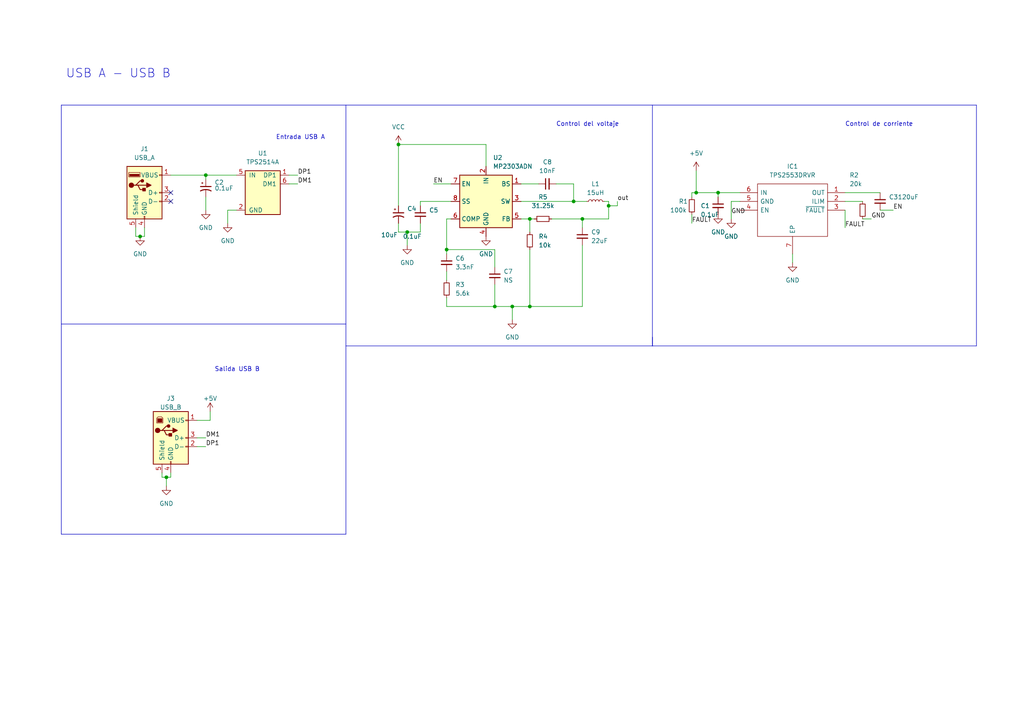
<source format=kicad_sch>
(kicad_sch (version 20230121) (generator eeschema)
  (paper "A4")
  (lib_symbols
    (symbol "+5V_1" (power) (pin_names (offset 0))
      (property "Value" "+5V_1" (at 0 3.556 0))
      (symbol "+5V_1_0_1"
        (polyline (pts (xy -0.762 1.27) (xy 0 2.54)))
        (polyline (pts (xy 0 0) (xy 0 2.54)))
        (polyline (pts (xy 0 2.54) (xy 0.762 1.27)))
      )
      (symbol "+5V_1_1_1"
        (pin power_in line (at 0 0 90) (length 0) hide (name "+5V") (number "1"))
      )
    )
    (symbol "Connector:USB_A" (pin_names (offset 1.016))
      (property "Reference" "J" (at -5.08 11.43 0))
      (property "Value" "USB_A" (at -5.08 8.89 0))
      (symbol "USB_A_0_1"
        (rectangle (start -5.08 -7.62) (end 5.08 7.62) (stroke (width 0.254)) (fill (type background)))
        (circle (center -3.81 2.159) (radius 0.635) (stroke (width 0.254)) (fill (type outline)))
        (rectangle (start -1.524 4.826) (end -4.318 5.334) (fill (type outline)))
        (rectangle (start -1.27 4.572) (end -4.572 5.842))
        (circle (center -0.635 3.429) (radius 0.381) (stroke (width 0.254)) (fill (type outline)))
        (rectangle (start -0.127 -7.62) (end 0.127 -6.858))
        (polyline (pts (xy -3.175 2.159) (xy -2.54 2.159) (xy -1.27 3.429) (xy -0.635 3.429)) (stroke (width 0.254)))
        (polyline (pts (xy -2.54 2.159) (xy -1.905 2.159) (xy -1.27 0.889) (xy 0 0.889)) (stroke (width 0.254)))
        (polyline (pts (xy 0.635 2.794) (xy 0.635 1.524) (xy 1.905 2.159) (xy 0.635 2.794)) (stroke (width 0.254)) (fill (type outline)))
        (rectangle (start 0.254 1.27) (end -0.508 0.508) (stroke (width 0.254)) (fill (type outline)))
        (rectangle (start 5.08 -2.667) (end 4.318 -2.413))
        (rectangle (start 5.08 -0.127) (end 4.318 0.127))
        (rectangle (start 5.08 4.953) (end 4.318 5.207))
      )
      (symbol "USB_A_1_1"
        (polyline (pts (xy -1.905 2.159) (xy 0.635 2.159)) (stroke (width 0.254)))
        (pin power_in line (at 7.62 5.08 180) (length 2.54) (name "VBUS") (number "1"))
        (pin bidirectional line (at 7.62 -2.54 180) (length 2.54) (name "D-") (number "2"))
        (pin bidirectional line (at 7.62 0 180) (length 2.54) (name "D+") (number "3"))
        (pin power_in line (at 0 -10.16 90) (length 2.54) (name "GND") (number "4"))
        (pin passive line (at -2.54 -10.16 90) (length 2.54) (name "Shield") (number "5"))
      )
    )
    (symbol "Connector:USB_B" (pin_names (offset 1.016))
      (property "Reference" "J" (at -5.08 11.43 0))
      (property "Value" "USB_B" (at -5.08 8.89 0))
      (symbol "USB_B_0_1"
        (rectangle (start -5.08 -7.62) (end 5.08 7.62) (stroke (width 0.254)) (fill (type background)))
        (circle (center -3.81 2.159) (radius 0.635) (stroke (width 0.254)) (fill (type outline)))
        (rectangle (start -3.81 5.588) (end -2.54 4.572) (fill (type outline)))
        (circle (center -0.635 3.429) (radius 0.381) (stroke (width 0.254)) (fill (type outline)))
        (rectangle (start -0.127 -7.62) (end 0.127 -6.858))
        (polyline (pts (xy -1.905 2.159) (xy 0.635 2.159)) (stroke (width 0.254)))
        (polyline (pts (xy -3.175 2.159) (xy -2.54 2.159) (xy -1.27 3.429) (xy -0.635 3.429)) (stroke (width 0.254)))
        (polyline (pts (xy -2.54 2.159) (xy -1.905 2.159) (xy -1.27 0.889) (xy 0 0.889)) (stroke (width 0.254)))
        (polyline (pts (xy 0.635 2.794) (xy 0.635 1.524) (xy 1.905 2.159) (xy 0.635 2.794)) (stroke (width 0.254)) (fill (type outline)))
        (polyline (pts (xy -4.064 4.318) (xy -2.286 4.318) (xy -2.286 5.715) (xy -2.667 6.096) (xy -3.683 6.096) (xy -4.064 5.715) (xy -4.064 4.318)))
        (rectangle (start 0.254 1.27) (end -0.508 0.508) (stroke (width 0.254)) (fill (type outline)))
        (rectangle (start 5.08 -2.667) (end 4.318 -2.413))
        (rectangle (start 5.08 -0.127) (end 4.318 0.127))
        (rectangle (start 5.08 4.953) (end 4.318 5.207))
      )
      (symbol "USB_B_1_1"
        (pin power_out line (at 7.62 5.08 180) (length 2.54) (name "VBUS") (number "1"))
        (pin bidirectional line (at 7.62 -2.54 180) (length 2.54) (name "D-") (number "2"))
        (pin bidirectional line (at 7.62 0 180) (length 2.54) (name "D+") (number "3"))
        (pin power_out line (at 0 -10.16 90) (length 2.54) (name "GND") (number "4"))
        (pin passive line (at -2.54 -10.16 90) (length 2.54) (name "Shield") (number "5"))
      )
    )
    (symbol "Device:C_Polarized_Small_US" (pin_numbers hide) (pin_names (offset 0.254) hide)
      (property "Reference" "C" (at 0.254 1.778 0))
      (property "Value" "C_Polarized_Small_US" (at 0.254 -2.032 0))
      (symbol "C_Polarized_Small_US_0_1"
        (polyline (pts (xy -1.524 0.508) (xy 1.524 0.508)) (stroke (width 0.3048)))
        (polyline (pts (xy -1.27 1.524) (xy -0.762 1.524)))
        (polyline (pts (xy -1.016 1.27) (xy -1.016 1.778)))
        (arc (start 1.524 -0.762) (mid 0 -0.3734) (end -1.524 -0.762) (stroke (width 0.3048)))
      )
      (symbol "C_Polarized_Small_US_1_1"
        (pin passive line (at 0 2.54 270) (length 2.032) (name "~") (number "1"))
        (pin passive line (at 0 -2.54 90) (length 2.032) (name "~") (number "2"))
      )
    )
    (symbol "Device:C_Small" (pin_numbers hide) (pin_names (offset 0.254) hide)
      (property "Reference" "C" (at 0.254 1.778 0))
      (property "Value" "C_Small" (at 0.254 -2.032 0))
      (symbol "C_Small_0_1"
        (polyline (pts (xy -1.524 -0.508) (xy 1.524 -0.508)) (stroke (width 0.3302)))
        (polyline (pts (xy -1.524 0.508) (xy 1.524 0.508)) (stroke (width 0.3048)))
      )
      (symbol "C_Small_1_1"
        (pin passive line (at 0 2.54 270) (length 2.032) (name "~") (number "1"))
        (pin passive line (at 0 -2.54 90) (length 2.032) (name "~") (number "2"))
      )
    )
    (symbol "Device:L_Small" (pin_numbers hide) (pin_names (offset 0.254) hide)
      (property "Reference" "L" (at 0.762 1.016 0))
      (property "Value" "L_Small" (at 0.762 -1.016 0))
      (symbol "L_Small_0_1"
        (arc (start 0 -2.032) (mid 0.5058 -1.524) (end 0 -1.016))
        (arc (start 0 -1.016) (mid 0.5058 -0.508) (end 0 0))
        (arc (start 0 0) (mid 0.5058 0.508) (end 0 1.016))
        (arc (start 0 1.016) (mid 0.5058 1.524) (end 0 2.032))
      )
      (symbol "L_Small_1_1"
        (pin passive line (at 0 2.54 270) (length 0.508) (name "~") (number "1"))
        (pin passive line (at 0 -2.54 90) (length 0.508) (name "~") (number "2"))
      )
    )
    (symbol "Device:R_Small" (pin_numbers hide) (pin_names (offset 0.254) hide)
      (property "Reference" "R" (at 0.762 0.508 0))
      (property "Value" "R_Small" (at 0.762 -1.016 0))
      (symbol "R_Small_0_1"
        (rectangle (start -0.762 1.778) (end 0.762 -1.778) (stroke (width 0.2032)))
      )
      (symbol "R_Small_1_1"
        (pin passive line (at 0 2.54 270) (length 0.762) (name "~") (number "1"))
        (pin passive line (at 0 -2.54 90) (length 0.762) (name "~") (number "2"))
      )
    )
    (symbol "Interface_USB:TPS2514A" (pin_names (offset 1.016))
      (property "Reference" "U" (at -3.81 -7.62 0))
      (property "Value" "TPS2514A" (at 0 7.62 0))
      (symbol "TPS2514A_0_1"
        (rectangle (start -5.08 6.35) (end 5.08 -6.35) (stroke (width 0.254)) (fill (type background)))
      )
      (symbol "TPS2514A_1_1"
        (pin input line (at 7.62 5.08 180) (length 2.54) (name "DP1") (number "1"))
        (pin power_in line (at -7.62 -5.08 0) (length 2.54) (name "GND") (number "2"))
        (pin no_connect line (at 7.62 -2.54 180) (length 2.54) hide (name "NC") (number "3"))
        (pin no_connect line (at 7.62 -5.08 180) (length 2.54) hide (name "NC") (number "4"))
        (pin power_in line (at -7.62 5.08 0) (length 2.54) (name "IN") (number "5"))
        (pin input line (at 7.62 2.54 180) (length 2.54) (name "DM1") (number "6"))
      )
    )
    (symbol "Regulator_Switching:MP2303ADN"
      (property "Reference" "U" (at -7.366 8.636 0))
      (property "Value" "MP2303ADN" (at 7.62 8.89 0))
      (symbol "MP2303ADN_0_1"
        (rectangle (start -7.62 7.62) (end 7.62 -7.62) (stroke (width 0.254)) (fill (type background)))
      )
      (symbol "MP2303ADN_1_1"
        (pin passive line (at 10.16 5.08 180) (length 2.54) (name "BS") (number "1"))
        (pin power_in line (at 0 10.16 270) (length 2.54) (name "IN") (number "2"))
        (pin output line (at 10.16 0 180) (length 2.54) (name "SW") (number "3"))
        (pin power_in line (at 0 -10.16 90) (length 2.54) (name "GND") (number "4"))
        (pin input line (at 10.16 -5.08 180) (length 2.54) (name "FB") (number "5"))
        (pin passive line (at -10.16 -5.08 0) (length 2.54) (name "COMP") (number "6"))
        (pin input line (at -10.16 5.08 0) (length 2.54) (name "EN") (number "7"))
        (pin input line (at -10.16 0 0) (length 2.54) (name "SS") (number "8"))
      )
    )
    (symbol "power:+5V" (power) (pin_names (offset 0))
      (property "Value" "+5V" (at 0 3.556 0))
      (symbol "+5V_0_1"
        (polyline (pts (xy -0.762 1.27) (xy 0 2.54)))
        (polyline (pts (xy 0 0) (xy 0 2.54)))
        (polyline (pts (xy 0 2.54) (xy 0.762 1.27)))
      )
      (symbol "+5V_1_1"
        (pin power_in line (at 0 0 90) (length 0) hide (name "+5V") (number "1"))
      )
    )
    (symbol "power:GND" (power) (pin_names (offset 0))
      (property "Value" "GND" (at 0 -3.81 0))
      (symbol "GND_0_1"
        (polyline (pts (xy 0 0) (xy 0 -1.27) (xy 1.27 -1.27) (xy 0 -2.54) (xy -1.27 -1.27) (xy 0 -1.27)))
      )
      (symbol "GND_1_1"
        (pin power_in line (at 0 0 270) (length 0) hide (name "GND") (number "1"))
      )
    )
    (symbol "power:VCC" (power) (pin_names (offset 0))
      (property "Value" "VCC" (at 0 3.81 0))
      (symbol "VCC_0_1"
        (polyline (pts (xy -0.762 1.27) (xy 0 2.54)))
        (polyline (pts (xy 0 0) (xy 0 2.54)))
        (polyline (pts (xy 0 2.54) (xy 0.762 1.27)))
      )
      (symbol "VCC_1_1"
        (pin power_in line (at 0 0 90) (length 0) hide (name "VCC") (number "1"))
      )
    )
    (symbol "tps2533:TPS2553DRVR" (pin_names (offset 0.762))
      (property "Reference" "IC" (at 26.67 7.62 0))
      (property "Value" "TPS2553DRVR" (at 26.67 5.08 0))
      (symbol "TPS2553DRVR_0_0"
        (pin passive line (at 0 0 0) (length 5.08) (name "OUT") (number "1"))
        (pin passive line (at 0 -2.54 0) (length 5.08) (name "ILIM") (number "2"))
        (pin passive line (at 0 -5.08 0) (length 5.08) (name "~{FAULT}") (number "3"))
        (pin passive line (at 30.48 -5.08 180) (length 5.08) (name "EN") (number "4"))
        (pin passive line (at 30.48 -2.54 180) (length 5.08) (name "GND") (number "5"))
        (pin passive line (at 30.48 0 180) (length 5.08) (name "IN") (number "6"))
        (pin passive line (at 15.24 -17.78 90) (length 5.08) (name "EP") (number "7"))
      )
      (symbol "TPS2553DRVR_0_1"
        (polyline (pts (xy 5.08 2.54) (xy 25.4 2.54) (xy 25.4 -12.7) (xy 5.08 -12.7) (xy 5.08 2.54)) (stroke (width 0.1524)))
      )
    )
  )
  (junction (at 166.37 58.42))
  (junction (at 118.11 67.31))
  (junction (at 176.53 59.69))
  (junction (at 143.51 88.9))
  (junction (at 40.64 68.58))
  (junction (at 153.67 63.5))
  (junction (at 129.54 72.39))
  (junction (at 115.57 41.91))
  (junction (at 208.28 55.88))
  (junction (at 168.91 63.5))
  (junction (at 59.69 50.8))
  (junction (at 148.59 88.9))
  (junction (at 201.93 55.88))
  (junction (at 48.26 138.43))
  (junction (at 153.67 88.9))
  (no_connect (at 49.53 58.42))
  (no_connect (at 49.53 55.88))
  (wire (pts (xy 166.37 53.34) (xy 166.37 58.42)))
  (wire (pts (xy 166.37 58.42) (xy 170.18 58.42)))
  (wire (pts (xy 118.11 67.31) (xy 121.92 67.31)))
  (wire (pts (xy 153.67 63.5) (xy 153.67 67.31)))
  (wire (pts (xy 46.99 138.43) (xy 46.99 137.16)))
  (wire (pts (xy 125.73 53.34) (xy 130.81 53.34)))
  (wire (pts (xy 57.15 121.92) (xy 60.96 121.92)))
  (wire (pts (xy 121.92 67.31) (xy 121.92 64.77)))
  (wire (pts (xy 160.02 63.5) (xy 168.91 63.5)))
  (wire (pts (xy 129.54 72.39) (xy 129.54 73.66)))
  (wire (pts (xy 59.69 127) (xy 57.15 127)))
  (wire (pts (xy 168.91 63.5) (xy 176.53 63.5)))
  (wire (pts (xy 200.66 62.23) (xy 200.66 64.77)))
  (wire (pts (xy 208.28 55.88) (xy 208.28 57.15)))
  (wire (pts (xy 121.92 59.69) (xy 121.92 58.42)))
  (wire (pts (xy 151.13 53.34) (xy 156.21 53.34)))
  (wire (pts (xy 176.53 59.69) (xy 176.53 58.42)))
  (wire (pts (xy 148.59 88.9) (xy 143.51 88.9)))
  (polyline (pts (xy 17.78 30.48) (xy 17.78 154.94)))
  (wire (pts (xy 143.51 88.9) (xy 129.54 88.9)))
  (wire (pts (xy 214.63 55.88) (xy 208.28 55.88)))
  (wire (pts (xy 129.54 88.9) (xy 129.54 86.36)))
  (wire (pts (xy 48.26 140.97) (xy 48.26 138.43)))
  (wire (pts (xy 176.53 58.42) (xy 175.26 58.42)))
  (wire (pts (xy 118.11 67.31) (xy 118.11 71.12)))
  (polyline (pts (xy 17.78 154.94) (xy 100.33 154.94)))
  (wire (pts (xy 168.91 63.5) (xy 168.91 66.04)))
  (polyline (pts (xy 17.78 93.98) (xy 100.33 93.98)))
  (polyline (pts (xy 189.23 100.33) (xy 283.21 100.33)))
  (wire (pts (xy 255.27 60.96) (xy 259.08 60.96)))
  (wire (pts (xy 130.81 63.5) (xy 129.54 63.5)))
  (wire (pts (xy 200.66 57.15) (xy 200.66 55.88)))
  (wire (pts (xy 176.53 63.5) (xy 176.53 59.69)))
  (wire (pts (xy 59.69 129.54) (xy 57.15 129.54)))
  (polyline (pts (xy 17.78 30.48) (xy 283.21 30.48)))
  (wire (pts (xy 229.87 73.66) (xy 229.87 76.2)))
  (polyline (pts (xy 100.33 30.48) (xy 100.33 154.94)))
  (wire (pts (xy 129.54 63.5) (xy 129.54 72.39)))
  (wire (pts (xy 245.11 55.88) (xy 255.27 55.88)))
  (wire (pts (xy 151.13 63.5) (xy 153.67 63.5)))
  (wire (pts (xy 179.07 58.42) (xy 179.07 59.69)))
  (wire (pts (xy 40.64 68.58) (xy 41.91 68.58)))
  (wire (pts (xy 201.93 55.88) (xy 208.28 55.88)))
  (wire (pts (xy 168.91 88.9) (xy 153.67 88.9)))
  (polyline (pts (xy 189.23 30.48) (xy 189.23 100.33)))
  (wire (pts (xy 143.51 82.55) (xy 143.51 88.9)))
  (polyline (pts (xy 100.33 100.33) (xy 189.23 100.33)))
  (wire (pts (xy 153.67 88.9) (xy 148.59 88.9)))
  (wire (pts (xy 140.97 48.26) (xy 140.97 41.91)))
  (wire (pts (xy 115.57 67.31) (xy 118.11 67.31)))
  (wire (pts (xy 212.09 58.42) (xy 212.09 63.5)))
  (wire (pts (xy 60.96 121.92) (xy 60.96 119.38)))
  (wire (pts (xy 201.93 49.53) (xy 201.93 55.88)))
  (polyline (pts (xy 189.23 100.33) (xy 189.23 97.79)))
  (wire (pts (xy 59.69 50.8) (xy 68.58 50.8)))
  (wire (pts (xy 129.54 78.74) (xy 129.54 81.28)))
  (wire (pts (xy 245.11 60.96) (xy 245.11 66.04)))
  (wire (pts (xy 83.82 50.8) (xy 86.36 50.8)))
  (wire (pts (xy 46.99 138.43) (xy 48.26 138.43)))
  (wire (pts (xy 39.37 68.58) (xy 40.64 68.58)))
  (wire (pts (xy 39.37 66.04) (xy 39.37 68.58)))
  (wire (pts (xy 153.67 63.5) (xy 154.94 63.5)))
  (wire (pts (xy 151.13 58.42) (xy 166.37 58.42)))
  (wire (pts (xy 153.67 72.39) (xy 153.67 88.9)))
  (wire (pts (xy 66.04 60.96) (xy 68.58 60.96)))
  (wire (pts (xy 250.19 63.5) (xy 252.73 63.5)))
  (wire (pts (xy 140.97 41.91) (xy 115.57 41.91)))
  (wire (pts (xy 161.29 53.34) (xy 166.37 53.34)))
  (wire (pts (xy 59.69 57.15) (xy 59.69 60.96)))
  (wire (pts (xy 214.63 58.42) (xy 212.09 58.42)))
  (wire (pts (xy 143.51 72.39) (xy 129.54 72.39)))
  (wire (pts (xy 148.59 88.9) (xy 148.59 92.71)))
  (wire (pts (xy 49.53 50.8) (xy 59.69 50.8)))
  (wire (pts (xy 179.07 59.69) (xy 176.53 59.69)))
  (wire (pts (xy 59.69 50.8) (xy 59.69 52.07)))
  (wire (pts (xy 48.26 138.43) (xy 49.53 138.43)))
  (wire (pts (xy 168.91 71.12) (xy 168.91 88.9)))
  (wire (pts (xy 245.11 58.42) (xy 250.19 58.42)))
  (wire (pts (xy 49.53 137.16) (xy 49.53 138.43)))
  (wire (pts (xy 115.57 64.77) (xy 115.57 67.31)))
  (wire (pts (xy 121.92 58.42) (xy 130.81 58.42)))
  (wire (pts (xy 115.57 41.91) (xy 115.57 59.69)))
  (polyline (pts (xy 283.21 30.48) (xy 283.21 100.33)))
  (wire (pts (xy 200.66 55.88) (xy 201.93 55.88)))
  (wire (pts (xy 41.91 68.58) (xy 41.91 66.04)))
  (wire (pts (xy 66.04 60.96) (xy 66.04 64.77)))
  (wire (pts (xy 143.51 72.39) (xy 143.51 77.47)))
  (wire (pts (xy 83.82 53.34) (xy 86.36 53.34)))
  (text "Salida USB B" (at 62.23 107.95 0) (effects (font (size 1.27 1.27)) (justify left bottom)))
  (text "Control del voltaje" (at 161.29 36.83 0) (effects (font (size 1.27 1.27)) (justify left bottom)))
  (text "Entrada USB A\n" (at 80.01 40.64 0) (effects (font (size 1.27 1.27)) (justify left bottom)))
  (text "Control de corriente" (at 245.11 36.83 0) (effects (font (size 1.27 1.27)) (justify left bottom)))
  (text "USB A - USB B" (at 19.05 22.86 0) (effects (font (size 2.5 2.5)) (justify left bottom)))
  (label "EN" (at 259.08 60.96 0))
  (label "GND" (at 212.09 62.23 0))
  (label "GND" (at 252.73 63.5 0))
  (label "out" (at 179.07 58.42 0))
  (label "FAULT" (at 245.11 66.04 0))
  (label "DP1" (at 59.69 129.54 0))
  (label "DM1" (at 59.69 127 0))
  (label "DM1" (at 86.36 53.34 0))
  (label "DP1" (at 86.36 50.8 0))
  (label "EN" (at 125.73 53.34 0))
  (label "FAULT" (at 200.66 64.77 0))
  (symbol (lib_id "power:GND") (at 40.64 68.58 0) (unit 1)
    (property "Reference" "#PWR03" (effects hide))
    (property "Value" "GND" (at 40.64 73.66 0))
  )
  (symbol (lib_id "Device:C_Polarized_Small_US") (at 59.69 54.61 0) (unit 1)
    (property "Reference" "C2" (at 62.23 52.9081 0) (effects (justify left)))
    (property "Value" "0.1uF" (at 62.23 54.61 0) (effects (justify left)))
    (property "Footprint" "Capacitor_SMD:C_0805_2012Metric" (effects hide))
  )
  (symbol (lib_id "Device:C_Small") (at 168.91 68.58 0) (unit 1)
    (property "Reference" "C9" (at 171.45 67.3162 0) (effects (justify left)))
    (property "Value" "22uF" (at 171.45 69.8562 0) (effects (justify left)))
    (property "Footprint" "Capacitor_SMD:C_1206_3216Metric" (effects hide))
  )
  (symbol (lib_id "Device:C_Small") (at 208.28 59.69 0) (unit 1)
    (property "Reference" "C1" (at 203.2 59.69 0) (effects (justify left)))
    (property "Value" "0.1uF" (at 203.2 62.23 0) (effects (justify left)))
    (property "Footprint" "Capacitor_SMD:C_0805_2012Metric" (effects hide))
  )
  (symbol (lib_id "Connector:USB_B") (at 49.53 127 0) (unit 1)
    (property "Reference" "J3" (at 49.53 115.57 0))
    (property "Value" "USB_B" (at 49.53 118.11 0))
    (property "Footprint" "usb b:617291011BLF" (effects hide))
    (property "Datasheet" " ~" (effects hide))
  )
  (symbol (lib_id "power:GND") (at 148.59 92.71 0) (unit 1)
    (property "Reference" "#PWR013" (effects hide))
    (property "Value" "GND" (at 148.59 97.79 0))
  )
  (symbol (lib_id "power:GND") (at 208.28 62.23 0) (unit 1)
    (property "Reference" "#PWR02" (effects hide))
    (property "Value" "GND" (at 208.28 67.31 0))
  )
  (symbol (lib_id "power:VCC") (at 115.57 41.91 0) (unit 1)
    (property "Reference" "#PWR010" (effects hide))
    (property "Value" "VCC" (at 115.57 36.83 0))
  )
  (symbol (lib_id "power:+5V") (at 201.93 49.53 0) (unit 1)
    (property "Reference" "#PWR01" (effects hide))
    (property "Value" "+5V" (at 201.93 44.45 0))
  )
  (symbol (lib_id "power:GND") (at 59.69 60.96 0) (unit 1)
    (property "Reference" "#PWR06" (effects hide))
    (property "Value" "GND" (at 59.69 66.04 0))
  )
  (symbol (lib_id "Device:R_Small") (at 250.19 60.96 0) (unit 1)
    (property "Reference" "R2" (at 246.38 50.8 0) (effects (justify left)))
    (property "Value" "20k" (at 246.38 53.34 0) (effects (justify left)))
    (property "Footprint" "Resistor_SMD:R_0603_1608Metric" (effects hide))
  )
  (symbol (lib_id "power:GND") (at 48.26 140.97 0) (unit 1)
    (property "Reference" "#PWR09" (effects hide))
    (property "Value" "GND" (at 48.26 146.05 0))
  )
  (symbol (lib_id "power:GND") (at 140.97 68.58 0) (unit 1)
    (property "Reference" "#PWR012" (effects hide))
    (property "Value" "GND" (at 140.97 73.66 0))
  )
  (symbol (lib_id "Device:R_Small") (at 200.66 59.69 0) (unit 1)
    (property "Reference" "R1" (at 196.85 58.42 0) (effects (justify left)))
    (property "Value" "100k" (at 194.31 60.96 0) (effects (justify left)))
    (property "Footprint" "Resistor_SMD:R_0603_1608Metric" (effects hide))
  )
  (symbol (lib_id "Device:C_Small") (at 255.27 58.42 0) (unit 1)
    (property "Reference" "C3" (at 257.81 57.1562 0) (effects (justify left)))
    (property "Value" "120uF" (at 260.35 57.15 0) (effects (justify left)))
    (property "Footprint" "Capacitor_SMD:C_2225_5664Metric_Pad1.80x6.60mm_HandSolder" (effects hide))
  )
  (symbol (lib_id "Device:C_Small") (at 129.54 76.2 0) (unit 1)
    (property "Reference" "C6" (at 132.08 74.9362 0) (effects (justify left)))
    (property "Value" "3.3nF" (at 132.08 77.4762 0) (effects (justify left)))
    (property "Footprint" "Capacitor_SMD:C_1206_3216Metric" (effects hide))
  )
  (symbol (lib_id "tps2533:TPS2553DRVR") (at 245.11 55.88 0) (mirror y) (unit 1)
    (property "Reference" "IC1" (at 229.87 48.26 0))
    (property "Value" "TPS2553DRVR" (at 229.87 50.8 0))
    (property "Footprint" "SON65P200X200X80-7N" (effects hide))
    (property "Datasheet" "http://www.ti.com/lit/gpn/tps2553" (effects hide))
    (property "Description" "Adjustable, Active High, Constant-Current, Current-Limited Power-Distribution Switch" (effects hide))
    (property "Height" "0.8" (effects hide))
    (property "Mouser Part Number" "595-TPS2553DRVR" (effects hide))
    (property "Mouser Price/Stock" "https://www.mouser.co.uk/ProductDetail/Texas-Instruments/TPS2553DRVR?qs=QZKT0uTfj2Lx3QbsGcpSmw%3D%3D" (effects hide))
    (property "Manufacturer_Name" "Texas Instruments" (effects hide))
    (property "Manufacturer_Part_Number" "TPS2553DRVR" (effects hide))
  )
  (symbol (lib_id "Device:C_Small") (at 143.51 80.01 0) (unit 1)
    (property "Reference" "C7" (at 146.05 78.7462 0) (effects (justify left)))
    (property "Value" "NS" (at 146.05 81.2862 0) (effects (justify left)))
    (property "Footprint" "Capacitor_SMD:C_1206_3216Metric" (effects hide))
  )
  (symbol (lib_id "Device:C_Small") (at 121.92 62.23 0) (unit 1)
    (property "Reference" "C5" (at 124.46 60.9662 0) (effects (justify left)))
    (property "Value" "0.1uF" (at 116.84 68.58 0) (effects (justify left)))
    (property "Footprint" "Capacitor_SMD:C_0805_2012Metric" (effects hide))
  )
  (symbol (lib_id "power:GND") (at 212.09 63.5 0) (unit 1)
    (property "Reference" "#PWR04" (effects hide))
    (property "Value" "GND" (at 212.09 68.58 0))
  )
  (symbol (lib_id "Connector:USB_A") (at 41.91 55.88 0) (unit 1)
    (property "Reference" "J1" (at 41.91 43.18 0))
    (property "Value" "USB_A" (at 41.91 45.72 0))
    (property "Footprint" "Connector_USB:USB_A_Stewart_SS-52100-001_Horizontal" (effects hide))
    (property "Datasheet" " ~" (effects hide))
  )
  (symbol (lib_id "Device:R_Small") (at 153.67 69.85 0) (unit 1)
    (property "Reference" "R4" (at 156.21 68.5799 0) (effects (justify left)))
    (property "Value" "10k" (at 156.21 71.1199 0) (effects (justify left)))
    (property "Footprint" "Resistor_SMD:R_0603_1608Metric" (effects hide))
  )
  (symbol (lib_id "power:GND") (at 229.87 76.2 0) (unit 1)
    (property "Reference" "#PWR05" (effects hide))
    (property "Value" "GND" (at 229.87 81.28 0))
  )
  (symbol (lib_id "Interface_USB:TPS2514A") (at 76.2 55.88 0) (unit 1)
    (property "Reference" "U1" (at 76.2 44.45 0))
    (property "Value" "TPS2514A" (at 76.2 46.99 0))
    (property "Footprint" "Package_TO_SOT_SMD:SOT-23-6" (effects hide))
    (property "Datasheet" "http://www.ti.com/lit/ds/symlink/tps2513.pdf" (effects hide))
  )
  (symbol (lib_id "Regulator_Switching:MP2303ADN") (at 140.97 58.42 0) (unit 1)
    (property "Reference" "U2" (at 142.9894 45.72 0) (effects (justify left)))
    (property "Value" "MP2303ADN" (at 142.9894 48.26 0) (effects (justify left)))
    (property "Footprint" "Package_SO:SOIC-8-1EP_3.9x4.9mm_P1.27mm_EP2.62x3.51mm" (effects hide))
    (property "Datasheet" "https://www.monolithicpower.com/pub/media/document/MP2303A_r1.1.pdf" (effects hide))
  )
  (symbol (lib_id "Device:L_Small") (at 172.72 58.42 90) (unit 1)
    (property "Reference" "L1" (at 172.72 53.34 90))
    (property "Value" "15uH" (at 172.72 55.88 90))
    (property "Footprint" "Inductor_SMD:L_6.3x6.3_H3" (effects hide))
  )
  (symbol (lib_name "+5V_1") (lib_id "power:+5V") (at 60.96 119.38 0) (unit 1)
    (property "Reference" "#PWR014" (effects hide))
    (property "Value" "+5V" (at 60.96 115.57 0))
  )
  (symbol (lib_id "Device:R_Small") (at 157.48 63.5 270) (unit 1)
    (property "Reference" "R5" (at 157.48 57.15 90))
    (property "Value" "31.25k" (at 157.48 59.69 90))
    (property "Footprint" "Resistor_SMD:R_0603_1608Metric" (effects hide))
  )
  (symbol (lib_id "power:GND") (at 118.11 71.12 0) (unit 1)
    (property "Reference" "#PWR011" (effects hide))
    (property "Value" "GND" (at 118.11 76.2 0))
  )
  (symbol (lib_id "Device:R_Small") (at 129.54 83.82 0) (unit 1)
    (property "Reference" "R3" (at 132.08 82.5499 0) (effects (justify left)))
    (property "Value" "5.6k" (at 132.08 85.0899 0) (effects (justify left)))
    (property "Footprint" "Resistor_SMD:R_0603_1608Metric" (effects hide))
  )
  (symbol (lib_id "Device:C_Polarized_Small_US") (at 115.57 62.23 0) (unit 1)
    (property "Reference" "C4" (at 118.11 60.5281 0) (effects (justify left)))
    (property "Value" "10uF" (at 110.49 68.1419 0) (effects (justify left)))
    (property "Footprint" "Capacitor_SMD:C_0504_1310Metric_Pad0.83x1.28mm_HandSolder" (effects hide))
  )
  (symbol (lib_id "Device:C_Small") (at 158.75 53.34 90) (unit 1)
    (property "Reference" "C8" (at 158.7563 46.99 90))
    (property "Value" "10nF" (at 158.7563 49.53 90))
    (property "Footprint" "Capacitor_SMD:C_1206_3216Metric" (effects hide))
  )
  (symbol (lib_id "power:GND") (at 66.04 64.77 0) (unit 1)
    (property "Reference" "#PWR07" (effects hide))
    (property "Value" "GND" (at 66.04 69.85 0))
  )
)
</source>
